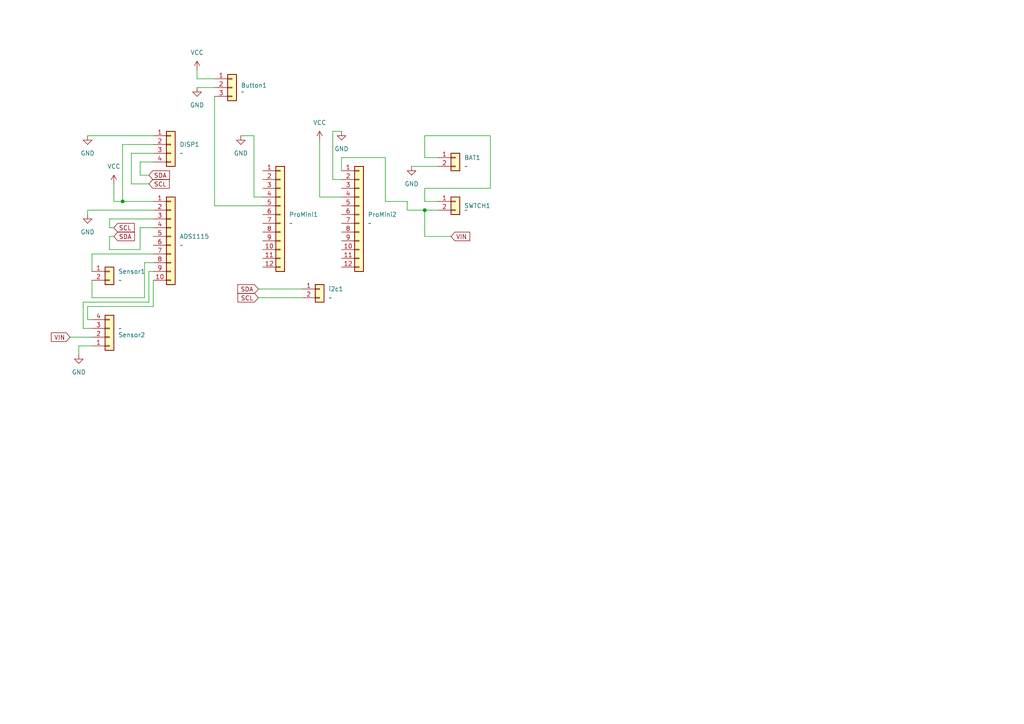
<source format=kicad_sch>
(kicad_sch
	(version 20231120)
	(generator "eeschema")
	(generator_version "8.0")
	(uuid "f427a0c7-1886-4932-8356-bf0159ce0656")
	(paper "A4")
	(lib_symbols
		(symbol "Connector_Generic:Conn_01x02"
			(pin_names
				(offset 1.016) hide)
			(exclude_from_sim no)
			(in_bom yes)
			(on_board yes)
			(property "Reference" "J"
				(at 0 2.54 0)
				(effects
					(font
						(size 1.27 1.27)
					)
				)
			)
			(property "Value" "Conn_01x02"
				(at 0 -5.08 0)
				(effects
					(font
						(size 1.27 1.27)
					)
				)
			)
			(property "Footprint" ""
				(at 0 0 0)
				(effects
					(font
						(size 1.27 1.27)
					)
					(hide yes)
				)
			)
			(property "Datasheet" "~"
				(at 0 0 0)
				(effects
					(font
						(size 1.27 1.27)
					)
					(hide yes)
				)
			)
			(property "Description" "Generic connector, single row, 01x02, script generated (kicad-library-utils/schlib/autogen/connector/)"
				(at 0 0 0)
				(effects
					(font
						(size 1.27 1.27)
					)
					(hide yes)
				)
			)
			(property "ki_keywords" "connector"
				(at 0 0 0)
				(effects
					(font
						(size 1.27 1.27)
					)
					(hide yes)
				)
			)
			(property "ki_fp_filters" "Connector*:*_1x??_*"
				(at 0 0 0)
				(effects
					(font
						(size 1.27 1.27)
					)
					(hide yes)
				)
			)
			(symbol "Conn_01x02_1_1"
				(rectangle
					(start -1.27 -2.413)
					(end 0 -2.667)
					(stroke
						(width 0.1524)
						(type default)
					)
					(fill
						(type none)
					)
				)
				(rectangle
					(start -1.27 0.127)
					(end 0 -0.127)
					(stroke
						(width 0.1524)
						(type default)
					)
					(fill
						(type none)
					)
				)
				(rectangle
					(start -1.27 1.27)
					(end 1.27 -3.81)
					(stroke
						(width 0.254)
						(type default)
					)
					(fill
						(type background)
					)
				)
				(pin passive line
					(at -5.08 0 0)
					(length 3.81)
					(name "Pin_1"
						(effects
							(font
								(size 1.27 1.27)
							)
						)
					)
					(number "1"
						(effects
							(font
								(size 1.27 1.27)
							)
						)
					)
				)
				(pin passive line
					(at -5.08 -2.54 0)
					(length 3.81)
					(name "Pin_2"
						(effects
							(font
								(size 1.27 1.27)
							)
						)
					)
					(number "2"
						(effects
							(font
								(size 1.27 1.27)
							)
						)
					)
				)
			)
		)
		(symbol "Connector_Generic:Conn_01x03"
			(pin_names
				(offset 1.016) hide)
			(exclude_from_sim no)
			(in_bom yes)
			(on_board yes)
			(property "Reference" "J"
				(at 0 5.08 0)
				(effects
					(font
						(size 1.27 1.27)
					)
				)
			)
			(property "Value" "Conn_01x03"
				(at 0 -5.08 0)
				(effects
					(font
						(size 1.27 1.27)
					)
				)
			)
			(property "Footprint" ""
				(at 0 0 0)
				(effects
					(font
						(size 1.27 1.27)
					)
					(hide yes)
				)
			)
			(property "Datasheet" "~"
				(at 0 0 0)
				(effects
					(font
						(size 1.27 1.27)
					)
					(hide yes)
				)
			)
			(property "Description" "Generic connector, single row, 01x03, script generated (kicad-library-utils/schlib/autogen/connector/)"
				(at 0 0 0)
				(effects
					(font
						(size 1.27 1.27)
					)
					(hide yes)
				)
			)
			(property "ki_keywords" "connector"
				(at 0 0 0)
				(effects
					(font
						(size 1.27 1.27)
					)
					(hide yes)
				)
			)
			(property "ki_fp_filters" "Connector*:*_1x??_*"
				(at 0 0 0)
				(effects
					(font
						(size 1.27 1.27)
					)
					(hide yes)
				)
			)
			(symbol "Conn_01x03_1_1"
				(rectangle
					(start -1.27 -2.413)
					(end 0 -2.667)
					(stroke
						(width 0.1524)
						(type default)
					)
					(fill
						(type none)
					)
				)
				(rectangle
					(start -1.27 0.127)
					(end 0 -0.127)
					(stroke
						(width 0.1524)
						(type default)
					)
					(fill
						(type none)
					)
				)
				(rectangle
					(start -1.27 2.667)
					(end 0 2.413)
					(stroke
						(width 0.1524)
						(type default)
					)
					(fill
						(type none)
					)
				)
				(rectangle
					(start -1.27 3.81)
					(end 1.27 -3.81)
					(stroke
						(width 0.254)
						(type default)
					)
					(fill
						(type background)
					)
				)
				(pin passive line
					(at -5.08 2.54 0)
					(length 3.81)
					(name "Pin_1"
						(effects
							(font
								(size 1.27 1.27)
							)
						)
					)
					(number "1"
						(effects
							(font
								(size 1.27 1.27)
							)
						)
					)
				)
				(pin passive line
					(at -5.08 0 0)
					(length 3.81)
					(name "Pin_2"
						(effects
							(font
								(size 1.27 1.27)
							)
						)
					)
					(number "2"
						(effects
							(font
								(size 1.27 1.27)
							)
						)
					)
				)
				(pin passive line
					(at -5.08 -2.54 0)
					(length 3.81)
					(name "Pin_3"
						(effects
							(font
								(size 1.27 1.27)
							)
						)
					)
					(number "3"
						(effects
							(font
								(size 1.27 1.27)
							)
						)
					)
				)
			)
		)
		(symbol "Connector_Generic:Conn_01x04"
			(pin_names
				(offset 1.016) hide)
			(exclude_from_sim no)
			(in_bom yes)
			(on_board yes)
			(property "Reference" "J"
				(at 0 5.08 0)
				(effects
					(font
						(size 1.27 1.27)
					)
				)
			)
			(property "Value" "Conn_01x04"
				(at 0 -7.62 0)
				(effects
					(font
						(size 1.27 1.27)
					)
				)
			)
			(property "Footprint" ""
				(at 0 0 0)
				(effects
					(font
						(size 1.27 1.27)
					)
					(hide yes)
				)
			)
			(property "Datasheet" "~"
				(at 0 0 0)
				(effects
					(font
						(size 1.27 1.27)
					)
					(hide yes)
				)
			)
			(property "Description" "Generic connector, single row, 01x04, script generated (kicad-library-utils/schlib/autogen/connector/)"
				(at 0 0 0)
				(effects
					(font
						(size 1.27 1.27)
					)
					(hide yes)
				)
			)
			(property "ki_keywords" "connector"
				(at 0 0 0)
				(effects
					(font
						(size 1.27 1.27)
					)
					(hide yes)
				)
			)
			(property "ki_fp_filters" "Connector*:*_1x??_*"
				(at 0 0 0)
				(effects
					(font
						(size 1.27 1.27)
					)
					(hide yes)
				)
			)
			(symbol "Conn_01x04_1_1"
				(rectangle
					(start -1.27 -4.953)
					(end 0 -5.207)
					(stroke
						(width 0.1524)
						(type default)
					)
					(fill
						(type none)
					)
				)
				(rectangle
					(start -1.27 -2.413)
					(end 0 -2.667)
					(stroke
						(width 0.1524)
						(type default)
					)
					(fill
						(type none)
					)
				)
				(rectangle
					(start -1.27 0.127)
					(end 0 -0.127)
					(stroke
						(width 0.1524)
						(type default)
					)
					(fill
						(type none)
					)
				)
				(rectangle
					(start -1.27 2.667)
					(end 0 2.413)
					(stroke
						(width 0.1524)
						(type default)
					)
					(fill
						(type none)
					)
				)
				(rectangle
					(start -1.27 3.81)
					(end 1.27 -6.35)
					(stroke
						(width 0.254)
						(type default)
					)
					(fill
						(type background)
					)
				)
				(pin passive line
					(at -5.08 2.54 0)
					(length 3.81)
					(name "Pin_1"
						(effects
							(font
								(size 1.27 1.27)
							)
						)
					)
					(number "1"
						(effects
							(font
								(size 1.27 1.27)
							)
						)
					)
				)
				(pin passive line
					(at -5.08 0 0)
					(length 3.81)
					(name "Pin_2"
						(effects
							(font
								(size 1.27 1.27)
							)
						)
					)
					(number "2"
						(effects
							(font
								(size 1.27 1.27)
							)
						)
					)
				)
				(pin passive line
					(at -5.08 -2.54 0)
					(length 3.81)
					(name "Pin_3"
						(effects
							(font
								(size 1.27 1.27)
							)
						)
					)
					(number "3"
						(effects
							(font
								(size 1.27 1.27)
							)
						)
					)
				)
				(pin passive line
					(at -5.08 -5.08 0)
					(length 3.81)
					(name "Pin_4"
						(effects
							(font
								(size 1.27 1.27)
							)
						)
					)
					(number "4"
						(effects
							(font
								(size 1.27 1.27)
							)
						)
					)
				)
			)
		)
		(symbol "Connector_Generic:Conn_01x10"
			(pin_names
				(offset 1.016) hide)
			(exclude_from_sim no)
			(in_bom yes)
			(on_board yes)
			(property "Reference" "J"
				(at 0 12.7 0)
				(effects
					(font
						(size 1.27 1.27)
					)
				)
			)
			(property "Value" "Conn_01x10"
				(at 0 -15.24 0)
				(effects
					(font
						(size 1.27 1.27)
					)
				)
			)
			(property "Footprint" ""
				(at 0 0 0)
				(effects
					(font
						(size 1.27 1.27)
					)
					(hide yes)
				)
			)
			(property "Datasheet" "~"
				(at 0 0 0)
				(effects
					(font
						(size 1.27 1.27)
					)
					(hide yes)
				)
			)
			(property "Description" "Generic connector, single row, 01x10, script generated (kicad-library-utils/schlib/autogen/connector/)"
				(at 0 0 0)
				(effects
					(font
						(size 1.27 1.27)
					)
					(hide yes)
				)
			)
			(property "ki_keywords" "connector"
				(at 0 0 0)
				(effects
					(font
						(size 1.27 1.27)
					)
					(hide yes)
				)
			)
			(property "ki_fp_filters" "Connector*:*_1x??_*"
				(at 0 0 0)
				(effects
					(font
						(size 1.27 1.27)
					)
					(hide yes)
				)
			)
			(symbol "Conn_01x10_1_1"
				(rectangle
					(start -1.27 -12.573)
					(end 0 -12.827)
					(stroke
						(width 0.1524)
						(type default)
					)
					(fill
						(type none)
					)
				)
				(rectangle
					(start -1.27 -10.033)
					(end 0 -10.287)
					(stroke
						(width 0.1524)
						(type default)
					)
					(fill
						(type none)
					)
				)
				(rectangle
					(start -1.27 -7.493)
					(end 0 -7.747)
					(stroke
						(width 0.1524)
						(type default)
					)
					(fill
						(type none)
					)
				)
				(rectangle
					(start -1.27 -4.953)
					(end 0 -5.207)
					(stroke
						(width 0.1524)
						(type default)
					)
					(fill
						(type none)
					)
				)
				(rectangle
					(start -1.27 -2.413)
					(end 0 -2.667)
					(stroke
						(width 0.1524)
						(type default)
					)
					(fill
						(type none)
					)
				)
				(rectangle
					(start -1.27 0.127)
					(end 0 -0.127)
					(stroke
						(width 0.1524)
						(type default)
					)
					(fill
						(type none)
					)
				)
				(rectangle
					(start -1.27 2.667)
					(end 0 2.413)
					(stroke
						(width 0.1524)
						(type default)
					)
					(fill
						(type none)
					)
				)
				(rectangle
					(start -1.27 5.207)
					(end 0 4.953)
					(stroke
						(width 0.1524)
						(type default)
					)
					(fill
						(type none)
					)
				)
				(rectangle
					(start -1.27 7.747)
					(end 0 7.493)
					(stroke
						(width 0.1524)
						(type default)
					)
					(fill
						(type none)
					)
				)
				(rectangle
					(start -1.27 10.287)
					(end 0 10.033)
					(stroke
						(width 0.1524)
						(type default)
					)
					(fill
						(type none)
					)
				)
				(rectangle
					(start -1.27 11.43)
					(end 1.27 -13.97)
					(stroke
						(width 0.254)
						(type default)
					)
					(fill
						(type background)
					)
				)
				(pin passive line
					(at -5.08 10.16 0)
					(length 3.81)
					(name "Pin_1"
						(effects
							(font
								(size 1.27 1.27)
							)
						)
					)
					(number "1"
						(effects
							(font
								(size 1.27 1.27)
							)
						)
					)
				)
				(pin passive line
					(at -5.08 -12.7 0)
					(length 3.81)
					(name "Pin_10"
						(effects
							(font
								(size 1.27 1.27)
							)
						)
					)
					(number "10"
						(effects
							(font
								(size 1.27 1.27)
							)
						)
					)
				)
				(pin passive line
					(at -5.08 7.62 0)
					(length 3.81)
					(name "Pin_2"
						(effects
							(font
								(size 1.27 1.27)
							)
						)
					)
					(number "2"
						(effects
							(font
								(size 1.27 1.27)
							)
						)
					)
				)
				(pin passive line
					(at -5.08 5.08 0)
					(length 3.81)
					(name "Pin_3"
						(effects
							(font
								(size 1.27 1.27)
							)
						)
					)
					(number "3"
						(effects
							(font
								(size 1.27 1.27)
							)
						)
					)
				)
				(pin passive line
					(at -5.08 2.54 0)
					(length 3.81)
					(name "Pin_4"
						(effects
							(font
								(size 1.27 1.27)
							)
						)
					)
					(number "4"
						(effects
							(font
								(size 1.27 1.27)
							)
						)
					)
				)
				(pin passive line
					(at -5.08 0 0)
					(length 3.81)
					(name "Pin_5"
						(effects
							(font
								(size 1.27 1.27)
							)
						)
					)
					(number "5"
						(effects
							(font
								(size 1.27 1.27)
							)
						)
					)
				)
				(pin passive line
					(at -5.08 -2.54 0)
					(length 3.81)
					(name "Pin_6"
						(effects
							(font
								(size 1.27 1.27)
							)
						)
					)
					(number "6"
						(effects
							(font
								(size 1.27 1.27)
							)
						)
					)
				)
				(pin passive line
					(at -5.08 -5.08 0)
					(length 3.81)
					(name "Pin_7"
						(effects
							(font
								(size 1.27 1.27)
							)
						)
					)
					(number "7"
						(effects
							(font
								(size 1.27 1.27)
							)
						)
					)
				)
				(pin passive line
					(at -5.08 -7.62 0)
					(length 3.81)
					(name "Pin_8"
						(effects
							(font
								(size 1.27 1.27)
							)
						)
					)
					(number "8"
						(effects
							(font
								(size 1.27 1.27)
							)
						)
					)
				)
				(pin passive line
					(at -5.08 -10.16 0)
					(length 3.81)
					(name "Pin_9"
						(effects
							(font
								(size 1.27 1.27)
							)
						)
					)
					(number "9"
						(effects
							(font
								(size 1.27 1.27)
							)
						)
					)
				)
			)
		)
		(symbol "Connector_Generic:Conn_01x12"
			(pin_names
				(offset 1.016) hide)
			(exclude_from_sim no)
			(in_bom yes)
			(on_board yes)
			(property "Reference" "J"
				(at 0 15.24 0)
				(effects
					(font
						(size 1.27 1.27)
					)
				)
			)
			(property "Value" "Conn_01x12"
				(at 0 -17.78 0)
				(effects
					(font
						(size 1.27 1.27)
					)
				)
			)
			(property "Footprint" ""
				(at 0 0 0)
				(effects
					(font
						(size 1.27 1.27)
					)
					(hide yes)
				)
			)
			(property "Datasheet" "~"
				(at 0 0 0)
				(effects
					(font
						(size 1.27 1.27)
					)
					(hide yes)
				)
			)
			(property "Description" "Generic connector, single row, 01x12, script generated (kicad-library-utils/schlib/autogen/connector/)"
				(at 0 0 0)
				(effects
					(font
						(size 1.27 1.27)
					)
					(hide yes)
				)
			)
			(property "ki_keywords" "connector"
				(at 0 0 0)
				(effects
					(font
						(size 1.27 1.27)
					)
					(hide yes)
				)
			)
			(property "ki_fp_filters" "Connector*:*_1x??_*"
				(at 0 0 0)
				(effects
					(font
						(size 1.27 1.27)
					)
					(hide yes)
				)
			)
			(symbol "Conn_01x12_1_1"
				(rectangle
					(start -1.27 -15.113)
					(end 0 -15.367)
					(stroke
						(width 0.1524)
						(type default)
					)
					(fill
						(type none)
					)
				)
				(rectangle
					(start -1.27 -12.573)
					(end 0 -12.827)
					(stroke
						(width 0.1524)
						(type default)
					)
					(fill
						(type none)
					)
				)
				(rectangle
					(start -1.27 -10.033)
					(end 0 -10.287)
					(stroke
						(width 0.1524)
						(type default)
					)
					(fill
						(type none)
					)
				)
				(rectangle
					(start -1.27 -7.493)
					(end 0 -7.747)
					(stroke
						(width 0.1524)
						(type default)
					)
					(fill
						(type none)
					)
				)
				(rectangle
					(start -1.27 -4.953)
					(end 0 -5.207)
					(stroke
						(width 0.1524)
						(type default)
					)
					(fill
						(type none)
					)
				)
				(rectangle
					(start -1.27 -2.413)
					(end 0 -2.667)
					(stroke
						(width 0.1524)
						(type default)
					)
					(fill
						(type none)
					)
				)
				(rectangle
					(start -1.27 0.127)
					(end 0 -0.127)
					(stroke
						(width 0.1524)
						(type default)
					)
					(fill
						(type none)
					)
				)
				(rectangle
					(start -1.27 2.667)
					(end 0 2.413)
					(stroke
						(width 0.1524)
						(type default)
					)
					(fill
						(type none)
					)
				)
				(rectangle
					(start -1.27 5.207)
					(end 0 4.953)
					(stroke
						(width 0.1524)
						(type default)
					)
					(fill
						(type none)
					)
				)
				(rectangle
					(start -1.27 7.747)
					(end 0 7.493)
					(stroke
						(width 0.1524)
						(type default)
					)
					(fill
						(type none)
					)
				)
				(rectangle
					(start -1.27 10.287)
					(end 0 10.033)
					(stroke
						(width 0.1524)
						(type default)
					)
					(fill
						(type none)
					)
				)
				(rectangle
					(start -1.27 12.827)
					(end 0 12.573)
					(stroke
						(width 0.1524)
						(type default)
					)
					(fill
						(type none)
					)
				)
				(rectangle
					(start -1.27 13.97)
					(end 1.27 -16.51)
					(stroke
						(width 0.254)
						(type default)
					)
					(fill
						(type background)
					)
				)
				(pin passive line
					(at -5.08 12.7 0)
					(length 3.81)
					(name "Pin_1"
						(effects
							(font
								(size 1.27 1.27)
							)
						)
					)
					(number "1"
						(effects
							(font
								(size 1.27 1.27)
							)
						)
					)
				)
				(pin passive line
					(at -5.08 -10.16 0)
					(length 3.81)
					(name "Pin_10"
						(effects
							(font
								(size 1.27 1.27)
							)
						)
					)
					(number "10"
						(effects
							(font
								(size 1.27 1.27)
							)
						)
					)
				)
				(pin passive line
					(at -5.08 -12.7 0)
					(length 3.81)
					(name "Pin_11"
						(effects
							(font
								(size 1.27 1.27)
							)
						)
					)
					(number "11"
						(effects
							(font
								(size 1.27 1.27)
							)
						)
					)
				)
				(pin passive line
					(at -5.08 -15.24 0)
					(length 3.81)
					(name "Pin_12"
						(effects
							(font
								(size 1.27 1.27)
							)
						)
					)
					(number "12"
						(effects
							(font
								(size 1.27 1.27)
							)
						)
					)
				)
				(pin passive line
					(at -5.08 10.16 0)
					(length 3.81)
					(name "Pin_2"
						(effects
							(font
								(size 1.27 1.27)
							)
						)
					)
					(number "2"
						(effects
							(font
								(size 1.27 1.27)
							)
						)
					)
				)
				(pin passive line
					(at -5.08 7.62 0)
					(length 3.81)
					(name "Pin_3"
						(effects
							(font
								(size 1.27 1.27)
							)
						)
					)
					(number "3"
						(effects
							(font
								(size 1.27 1.27)
							)
						)
					)
				)
				(pin passive line
					(at -5.08 5.08 0)
					(length 3.81)
					(name "Pin_4"
						(effects
							(font
								(size 1.27 1.27)
							)
						)
					)
					(number "4"
						(effects
							(font
								(size 1.27 1.27)
							)
						)
					)
				)
				(pin passive line
					(at -5.08 2.54 0)
					(length 3.81)
					(name "Pin_5"
						(effects
							(font
								(size 1.27 1.27)
							)
						)
					)
					(number "5"
						(effects
							(font
								(size 1.27 1.27)
							)
						)
					)
				)
				(pin passive line
					(at -5.08 0 0)
					(length 3.81)
					(name "Pin_6"
						(effects
							(font
								(size 1.27 1.27)
							)
						)
					)
					(number "6"
						(effects
							(font
								(size 1.27 1.27)
							)
						)
					)
				)
				(pin passive line
					(at -5.08 -2.54 0)
					(length 3.81)
					(name "Pin_7"
						(effects
							(font
								(size 1.27 1.27)
							)
						)
					)
					(number "7"
						(effects
							(font
								(size 1.27 1.27)
							)
						)
					)
				)
				(pin passive line
					(at -5.08 -5.08 0)
					(length 3.81)
					(name "Pin_8"
						(effects
							(font
								(size 1.27 1.27)
							)
						)
					)
					(number "8"
						(effects
							(font
								(size 1.27 1.27)
							)
						)
					)
				)
				(pin passive line
					(at -5.08 -7.62 0)
					(length 3.81)
					(name "Pin_9"
						(effects
							(font
								(size 1.27 1.27)
							)
						)
					)
					(number "9"
						(effects
							(font
								(size 1.27 1.27)
							)
						)
					)
				)
			)
		)
		(symbol "power:GND"
			(power)
			(pin_names
				(offset 0)
			)
			(exclude_from_sim no)
			(in_bom yes)
			(on_board yes)
			(property "Reference" "#PWR"
				(at 0 -6.35 0)
				(effects
					(font
						(size 1.27 1.27)
					)
					(hide yes)
				)
			)
			(property "Value" "GND"
				(at 0 -3.81 0)
				(effects
					(font
						(size 1.27 1.27)
					)
				)
			)
			(property "Footprint" ""
				(at 0 0 0)
				(effects
					(font
						(size 1.27 1.27)
					)
					(hide yes)
				)
			)
			(property "Datasheet" ""
				(at 0 0 0)
				(effects
					(font
						(size 1.27 1.27)
					)
					(hide yes)
				)
			)
			(property "Description" "Power symbol creates a global label with name \"GND\" , ground"
				(at 0 0 0)
				(effects
					(font
						(size 1.27 1.27)
					)
					(hide yes)
				)
			)
			(property "ki_keywords" "global power"
				(at 0 0 0)
				(effects
					(font
						(size 1.27 1.27)
					)
					(hide yes)
				)
			)
			(symbol "GND_0_1"
				(polyline
					(pts
						(xy 0 0) (xy 0 -1.27) (xy 1.27 -1.27) (xy 0 -2.54) (xy -1.27 -1.27) (xy 0 -1.27)
					)
					(stroke
						(width 0)
						(type default)
					)
					(fill
						(type none)
					)
				)
			)
			(symbol "GND_1_1"
				(pin power_in line
					(at 0 0 270)
					(length 0) hide
					(name "GND"
						(effects
							(font
								(size 1.27 1.27)
							)
						)
					)
					(number "1"
						(effects
							(font
								(size 1.27 1.27)
							)
						)
					)
				)
			)
		)
		(symbol "power:VCC"
			(power)
			(pin_names
				(offset 0)
			)
			(exclude_from_sim no)
			(in_bom yes)
			(on_board yes)
			(property "Reference" "#PWR"
				(at 0 -3.81 0)
				(effects
					(font
						(size 1.27 1.27)
					)
					(hide yes)
				)
			)
			(property "Value" "VCC"
				(at 0 3.81 0)
				(effects
					(font
						(size 1.27 1.27)
					)
				)
			)
			(property "Footprint" ""
				(at 0 0 0)
				(effects
					(font
						(size 1.27 1.27)
					)
					(hide yes)
				)
			)
			(property "Datasheet" ""
				(at 0 0 0)
				(effects
					(font
						(size 1.27 1.27)
					)
					(hide yes)
				)
			)
			(property "Description" "Power symbol creates a global label with name \"VCC\""
				(at 0 0 0)
				(effects
					(font
						(size 1.27 1.27)
					)
					(hide yes)
				)
			)
			(property "ki_keywords" "global power"
				(at 0 0 0)
				(effects
					(font
						(size 1.27 1.27)
					)
					(hide yes)
				)
			)
			(symbol "VCC_0_1"
				(polyline
					(pts
						(xy -0.762 1.27) (xy 0 2.54)
					)
					(stroke
						(width 0)
						(type default)
					)
					(fill
						(type none)
					)
				)
				(polyline
					(pts
						(xy 0 0) (xy 0 2.54)
					)
					(stroke
						(width 0)
						(type default)
					)
					(fill
						(type none)
					)
				)
				(polyline
					(pts
						(xy 0 2.54) (xy 0.762 1.27)
					)
					(stroke
						(width 0)
						(type default)
					)
					(fill
						(type none)
					)
				)
			)
			(symbol "VCC_1_1"
				(pin power_in line
					(at 0 0 90)
					(length 0) hide
					(name "VCC"
						(effects
							(font
								(size 1.27 1.27)
							)
						)
					)
					(number "1"
						(effects
							(font
								(size 1.27 1.27)
							)
						)
					)
				)
			)
		)
	)
	(junction
		(at 123.19 60.96)
		(diameter 0)
		(color 0 0 0 0)
		(uuid "84acf6cb-c63d-4f15-9774-27dc5f52d3c2")
	)
	(junction
		(at 35.56 58.42)
		(diameter 0)
		(color 0 0 0 0)
		(uuid "d0d3525f-9807-4fc2-9715-4db659bf6df2")
	)
	(wire
		(pts
			(xy 76.2 57.15) (xy 73.66 57.15)
		)
		(stroke
			(width 0)
			(type default)
		)
		(uuid "0038aee8-8788-4432-b361-fd31dea91d6d")
	)
	(wire
		(pts
			(xy 26.67 86.36) (xy 41.91 86.36)
		)
		(stroke
			(width 0)
			(type default)
		)
		(uuid "09a66692-ef48-4345-9407-2f5353661100")
	)
	(wire
		(pts
			(xy 26.67 73.66) (xy 44.45 73.66)
		)
		(stroke
			(width 0)
			(type default)
		)
		(uuid "0cb12db6-a0af-42a7-a20a-e8d0f1020dec")
	)
	(wire
		(pts
			(xy 123.19 39.37) (xy 142.24 39.37)
		)
		(stroke
			(width 0)
			(type default)
		)
		(uuid "0d284cc0-6aa6-4b85-ad59-f108e66cdcd0")
	)
	(wire
		(pts
			(xy 118.11 60.96) (xy 123.19 60.96)
		)
		(stroke
			(width 0)
			(type default)
		)
		(uuid "11e6a3ca-ec4e-4176-8adb-1ccf48e874fa")
	)
	(wire
		(pts
			(xy 41.91 86.36) (xy 41.91 76.2)
		)
		(stroke
			(width 0)
			(type default)
		)
		(uuid "143a1eb0-4830-4d28-98db-a1b319f0928d")
	)
	(wire
		(pts
			(xy 31.75 66.04) (xy 33.02 66.04)
		)
		(stroke
			(width 0)
			(type default)
		)
		(uuid "14cd46f0-eef7-4070-aee4-d3ad5f3ac722")
	)
	(wire
		(pts
			(xy 43.18 78.74) (xy 44.45 78.74)
		)
		(stroke
			(width 0)
			(type default)
		)
		(uuid "15a5334b-a4b4-407b-8335-94ee986ed36a")
	)
	(wire
		(pts
			(xy 31.75 68.58) (xy 33.02 68.58)
		)
		(stroke
			(width 0)
			(type default)
		)
		(uuid "19eb20ab-eb32-41f4-a96d-c9472a5a230a")
	)
	(wire
		(pts
			(xy 35.56 58.42) (xy 44.45 58.42)
		)
		(stroke
			(width 0)
			(type default)
		)
		(uuid "1aefe667-bdbe-4a49-99b6-8c3659cd9005")
	)
	(wire
		(pts
			(xy 22.86 100.33) (xy 26.67 100.33)
		)
		(stroke
			(width 0)
			(type default)
		)
		(uuid "1ff08340-b2d4-425e-a943-3d1ecd5dcf80")
	)
	(wire
		(pts
			(xy 25.4 62.23) (xy 25.4 60.96)
		)
		(stroke
			(width 0)
			(type default)
		)
		(uuid "20721077-733b-4377-8848-cebdcc069706")
	)
	(wire
		(pts
			(xy 73.66 57.15) (xy 73.66 39.37)
		)
		(stroke
			(width 0)
			(type default)
		)
		(uuid "21509a6a-1a82-452a-a33d-b317234608f0")
	)
	(wire
		(pts
			(xy 62.23 59.69) (xy 76.2 59.69)
		)
		(stroke
			(width 0)
			(type default)
		)
		(uuid "29e160c2-d021-4a82-af1e-949b958e64bf")
	)
	(wire
		(pts
			(xy 118.11 58.42) (xy 118.11 60.96)
		)
		(stroke
			(width 0)
			(type default)
		)
		(uuid "2b3b7ff8-cc09-4856-82f7-9f93ad4ddbea")
	)
	(wire
		(pts
			(xy 24.13 87.63) (xy 24.13 95.25)
		)
		(stroke
			(width 0)
			(type default)
		)
		(uuid "303afadb-b5a5-4734-9b4c-910c662fd7f3")
	)
	(wire
		(pts
			(xy 33.02 58.42) (xy 35.56 58.42)
		)
		(stroke
			(width 0)
			(type default)
		)
		(uuid "30ae32ff-a9a1-4e5c-80bd-0b46ce38178d")
	)
	(wire
		(pts
			(xy 123.19 60.96) (xy 127 60.96)
		)
		(stroke
			(width 0)
			(type default)
		)
		(uuid "330c6c42-62d7-41ba-91fe-02f8b2273f55")
	)
	(wire
		(pts
			(xy 44.45 46.99) (xy 40.64 46.99)
		)
		(stroke
			(width 0)
			(type default)
		)
		(uuid "38112f98-cbff-4d71-9bc4-cbfc759422f6")
	)
	(wire
		(pts
			(xy 44.45 41.91) (xy 35.56 41.91)
		)
		(stroke
			(width 0)
			(type default)
		)
		(uuid "3b6328da-5f4d-4ac5-b246-39bffd75f0d3")
	)
	(wire
		(pts
			(xy 44.45 66.04) (xy 40.64 66.04)
		)
		(stroke
			(width 0)
			(type default)
		)
		(uuid "3b72f65a-ba6d-4830-9cc9-9a0bf98a4162")
	)
	(wire
		(pts
			(xy 24.13 87.63) (xy 43.18 87.63)
		)
		(stroke
			(width 0)
			(type default)
		)
		(uuid "3b8102cf-989c-4dd7-a524-0fc9793ab344")
	)
	(wire
		(pts
			(xy 123.19 68.58) (xy 130.81 68.58)
		)
		(stroke
			(width 0)
			(type default)
		)
		(uuid "3c245542-a757-460b-90aa-3e8c9c811678")
	)
	(wire
		(pts
			(xy 40.64 72.39) (xy 31.75 72.39)
		)
		(stroke
			(width 0)
			(type default)
		)
		(uuid "3fffde5b-4de6-41e1-9353-79992daafbfd")
	)
	(wire
		(pts
			(xy 74.93 83.82) (xy 87.63 83.82)
		)
		(stroke
			(width 0)
			(type default)
		)
		(uuid "41641881-ad61-47b6-afa3-c62a5ca3a9f6")
	)
	(wire
		(pts
			(xy 25.4 88.9) (xy 25.4 92.71)
		)
		(stroke
			(width 0)
			(type default)
		)
		(uuid "51557a7e-f05a-4bb2-9d1b-0757b55527d5")
	)
	(wire
		(pts
			(xy 119.38 48.26) (xy 127 48.26)
		)
		(stroke
			(width 0)
			(type default)
		)
		(uuid "58e5dde5-b592-4283-b7e4-0211a3186986")
	)
	(wire
		(pts
			(xy 25.4 88.9) (xy 44.45 88.9)
		)
		(stroke
			(width 0)
			(type default)
		)
		(uuid "5f751fa9-2af8-4b3e-ae20-51ee7304db9a")
	)
	(wire
		(pts
			(xy 40.64 46.99) (xy 40.64 50.8)
		)
		(stroke
			(width 0)
			(type default)
		)
		(uuid "6624f262-f8bb-4bb3-8d65-8f7c501633a1")
	)
	(wire
		(pts
			(xy 92.71 57.15) (xy 99.06 57.15)
		)
		(stroke
			(width 0)
			(type default)
		)
		(uuid "684271b2-88b9-4b88-b855-db2bbbac376f")
	)
	(wire
		(pts
			(xy 41.91 76.2) (xy 44.45 76.2)
		)
		(stroke
			(width 0)
			(type default)
		)
		(uuid "6da55766-68fa-4ca6-99fd-7010f5212b50")
	)
	(wire
		(pts
			(xy 26.67 81.28) (xy 26.67 86.36)
		)
		(stroke
			(width 0)
			(type default)
		)
		(uuid "70d3e911-08cb-4706-ba4c-2d6981020b74")
	)
	(wire
		(pts
			(xy 57.15 20.32) (xy 57.15 22.86)
		)
		(stroke
			(width 0)
			(type default)
		)
		(uuid "7fbe3c19-0f72-45f0-91d6-b99d720d38a9")
	)
	(wire
		(pts
			(xy 123.19 60.96) (xy 123.19 68.58)
		)
		(stroke
			(width 0)
			(type default)
		)
		(uuid "84b71636-4db4-464a-a39a-fc71511e6081")
	)
	(wire
		(pts
			(xy 123.19 45.72) (xy 123.19 39.37)
		)
		(stroke
			(width 0)
			(type default)
		)
		(uuid "8bf70840-f425-496e-aac4-db94b40e04aa")
	)
	(wire
		(pts
			(xy 127 45.72) (xy 123.19 45.72)
		)
		(stroke
			(width 0)
			(type default)
		)
		(uuid "8dd2eaf0-b21f-47b7-b053-c2de404d5d75")
	)
	(wire
		(pts
			(xy 96.52 52.07) (xy 96.52 38.1)
		)
		(stroke
			(width 0)
			(type default)
		)
		(uuid "8e2709d1-4dcc-4d91-94d9-666d87f2bf99")
	)
	(wire
		(pts
			(xy 38.1 53.34) (xy 43.18 53.34)
		)
		(stroke
			(width 0)
			(type default)
		)
		(uuid "8e81df15-eb04-4aec-8d8c-5bdbcc19e977")
	)
	(wire
		(pts
			(xy 92.71 40.64) (xy 92.71 57.15)
		)
		(stroke
			(width 0)
			(type default)
		)
		(uuid "98222637-1c48-4a4c-9587-555f8ada34eb")
	)
	(wire
		(pts
			(xy 123.19 54.61) (xy 123.19 58.42)
		)
		(stroke
			(width 0)
			(type default)
		)
		(uuid "9d1f23f1-e5e2-41eb-a6d4-c93c2f27deec")
	)
	(wire
		(pts
			(xy 44.45 81.28) (xy 44.45 88.9)
		)
		(stroke
			(width 0)
			(type default)
		)
		(uuid "a5a80cba-50d6-4e6b-a9a7-dcd71bb52ad1")
	)
	(wire
		(pts
			(xy 40.64 50.8) (xy 43.18 50.8)
		)
		(stroke
			(width 0)
			(type default)
		)
		(uuid "a7c43d2e-ac35-4ac7-8995-be235a5cc843")
	)
	(wire
		(pts
			(xy 142.24 39.37) (xy 142.24 54.61)
		)
		(stroke
			(width 0)
			(type default)
		)
		(uuid "ab86917c-123a-4833-a7ad-5606b629422d")
	)
	(wire
		(pts
			(xy 111.76 58.42) (xy 118.11 58.42)
		)
		(stroke
			(width 0)
			(type default)
		)
		(uuid "ab87013e-a514-4cd7-986d-738b74290258")
	)
	(wire
		(pts
			(xy 99.06 52.07) (xy 96.52 52.07)
		)
		(stroke
			(width 0)
			(type default)
		)
		(uuid "b20a1272-4070-4851-83e7-05a06fc70d97")
	)
	(wire
		(pts
			(xy 26.67 92.71) (xy 25.4 92.71)
		)
		(stroke
			(width 0)
			(type default)
		)
		(uuid "b4205367-5016-4b4b-aee4-ce0612b475fa")
	)
	(wire
		(pts
			(xy 44.45 44.45) (xy 38.1 44.45)
		)
		(stroke
			(width 0)
			(type default)
		)
		(uuid "b558190f-01ca-455d-ae21-a7376bb668ac")
	)
	(wire
		(pts
			(xy 123.19 58.42) (xy 127 58.42)
		)
		(stroke
			(width 0)
			(type default)
		)
		(uuid "b719385a-2444-42a5-9912-0884c9c73435")
	)
	(wire
		(pts
			(xy 44.45 63.5) (xy 31.75 63.5)
		)
		(stroke
			(width 0)
			(type default)
		)
		(uuid "b7bfd868-3b3c-40e9-8ad5-6a12ac0fabd0")
	)
	(wire
		(pts
			(xy 99.06 45.72) (xy 111.76 45.72)
		)
		(stroke
			(width 0)
			(type default)
		)
		(uuid "b8b597b5-cfde-455c-962a-e735f26c5a5d")
	)
	(wire
		(pts
			(xy 99.06 49.53) (xy 99.06 45.72)
		)
		(stroke
			(width 0)
			(type default)
		)
		(uuid "bd454b93-0c40-4232-9386-bd0f9feb0bd8")
	)
	(wire
		(pts
			(xy 43.18 87.63) (xy 43.18 78.74)
		)
		(stroke
			(width 0)
			(type default)
		)
		(uuid "be5151e1-5541-4675-995a-4ed76b99c8ef")
	)
	(wire
		(pts
			(xy 35.56 41.91) (xy 35.56 58.42)
		)
		(stroke
			(width 0)
			(type default)
		)
		(uuid "bf297a9a-5ced-4ebe-809f-1a82f986b9b1")
	)
	(wire
		(pts
			(xy 40.64 66.04) (xy 40.64 72.39)
		)
		(stroke
			(width 0)
			(type default)
		)
		(uuid "bf371164-1e62-4b35-8d3e-2341462acd8b")
	)
	(wire
		(pts
			(xy 31.75 72.39) (xy 31.75 68.58)
		)
		(stroke
			(width 0)
			(type default)
		)
		(uuid "bf432ff1-ae49-46ca-bb41-cbc503e46205")
	)
	(wire
		(pts
			(xy 31.75 63.5) (xy 31.75 66.04)
		)
		(stroke
			(width 0)
			(type default)
		)
		(uuid "bfe9810d-96a5-4c14-b9aa-ea0ba12a53a6")
	)
	(wire
		(pts
			(xy 20.32 97.79) (xy 26.67 97.79)
		)
		(stroke
			(width 0)
			(type default)
		)
		(uuid "c7ff89e4-0ba1-4e10-99a5-a78cc5952479")
	)
	(wire
		(pts
			(xy 25.4 39.37) (xy 44.45 39.37)
		)
		(stroke
			(width 0)
			(type default)
		)
		(uuid "cda7f8f8-279a-4d4a-aef4-74b2e29749e5")
	)
	(wire
		(pts
			(xy 33.02 53.34) (xy 33.02 58.42)
		)
		(stroke
			(width 0)
			(type default)
		)
		(uuid "d013b2d1-da89-48e4-a8f8-3e150e1a87c5")
	)
	(wire
		(pts
			(xy 96.52 38.1) (xy 99.06 38.1)
		)
		(stroke
			(width 0)
			(type default)
		)
		(uuid "d1d4baaf-9aaf-4c57-8d05-f66d58b3c2ac")
	)
	(wire
		(pts
			(xy 62.23 27.94) (xy 62.23 59.69)
		)
		(stroke
			(width 0)
			(type default)
		)
		(uuid "d35bef30-ecc1-4ca1-b587-d4c14adb8ddb")
	)
	(wire
		(pts
			(xy 38.1 44.45) (xy 38.1 53.34)
		)
		(stroke
			(width 0)
			(type default)
		)
		(uuid "d5bcef97-af19-4c82-bc66-ba7e9bf1b6fd")
	)
	(wire
		(pts
			(xy 26.67 78.74) (xy 26.67 73.66)
		)
		(stroke
			(width 0)
			(type default)
		)
		(uuid "d86c44b6-4192-4064-90b5-738759a5b079")
	)
	(wire
		(pts
			(xy 142.24 54.61) (xy 123.19 54.61)
		)
		(stroke
			(width 0)
			(type default)
		)
		(uuid "d8ae2351-37cf-41fc-be21-018e9d3474a7")
	)
	(wire
		(pts
			(xy 24.13 95.25) (xy 26.67 95.25)
		)
		(stroke
			(width 0)
			(type default)
		)
		(uuid "d90d56d5-035b-4af7-8ca8-2f7669c61227")
	)
	(wire
		(pts
			(xy 74.93 86.36) (xy 87.63 86.36)
		)
		(stroke
			(width 0)
			(type default)
		)
		(uuid "ded3609e-3550-4ecc-a86e-653b3a8e7546")
	)
	(wire
		(pts
			(xy 62.23 22.86) (xy 57.15 22.86)
		)
		(stroke
			(width 0)
			(type default)
		)
		(uuid "e12d99a1-c942-44c6-b35e-09e870c88603")
	)
	(wire
		(pts
			(xy 62.23 25.4) (xy 57.15 25.4)
		)
		(stroke
			(width 0)
			(type default)
		)
		(uuid "edb2c871-4c2b-40f1-9ec0-31dddc2123af")
	)
	(wire
		(pts
			(xy 73.66 39.37) (xy 69.85 39.37)
		)
		(stroke
			(width 0)
			(type default)
		)
		(uuid "ef03b6a4-6134-4615-bdde-76d62cb39657")
	)
	(wire
		(pts
			(xy 111.76 45.72) (xy 111.76 58.42)
		)
		(stroke
			(width 0)
			(type default)
		)
		(uuid "f28c29b4-f0b5-4d39-8048-027221d498ff")
	)
	(wire
		(pts
			(xy 22.86 100.33) (xy 22.86 102.87)
		)
		(stroke
			(width 0)
			(type default)
		)
		(uuid "fb447674-314a-4335-8ee9-3242bc9b265c")
	)
	(wire
		(pts
			(xy 25.4 60.96) (xy 44.45 60.96)
		)
		(stroke
			(width 0)
			(type default)
		)
		(uuid "fddc7491-841c-43e9-a6c7-ef6d8e1eac97")
	)
	(global_label "SDA"
		(shape input)
		(at 33.02 68.58 0)
		(fields_autoplaced yes)
		(effects
			(font
				(size 1.27 1.27)
			)
			(justify left)
		)
		(uuid "26afe563-7c57-4ff9-8ed3-59f0cabb55cf")
		(property "Intersheetrefs" "${INTERSHEET_REFS}"
			(at 39.5733 68.58 0)
			(effects
				(font
					(size 1.27 1.27)
				)
				(justify left)
				(hide yes)
			)
		)
	)
	(global_label "VIN"
		(shape input)
		(at 20.32 97.79 180)
		(fields_autoplaced yes)
		(effects
			(font
				(size 1.27 1.27)
			)
			(justify right)
		)
		(uuid "823b194d-b802-4e37-a3b9-e5fcd4f190ae")
		(property "Intersheetrefs" "${INTERSHEET_REFS}"
			(at 14.3109 97.79 0)
			(effects
				(font
					(size 1.27 1.27)
				)
				(justify right)
				(hide yes)
			)
		)
	)
	(global_label "SDA"
		(shape input)
		(at 43.18 50.8 0)
		(fields_autoplaced yes)
		(effects
			(font
				(size 1.27 1.27)
			)
			(justify left)
		)
		(uuid "ccf3bda6-3502-4ebd-bd67-afdeb1aa0fbd")
		(property "Intersheetrefs" "${INTERSHEET_REFS}"
			(at 49.7333 50.8 0)
			(effects
				(font
					(size 1.27 1.27)
				)
				(justify left)
				(hide yes)
			)
		)
	)
	(global_label "SDA"
		(shape input)
		(at 74.93 83.82 180)
		(fields_autoplaced yes)
		(effects
			(font
				(size 1.27 1.27)
			)
			(justify right)
		)
		(uuid "cf398708-d038-4e96-af6e-2f1f7c4f2c53")
		(property "Intersheetrefs" "${INTERSHEET_REFS}"
			(at 68.3767 83.82 0)
			(effects
				(font
					(size 1.27 1.27)
				)
				(justify right)
				(hide yes)
			)
		)
	)
	(global_label "SCL"
		(shape input)
		(at 43.18 53.34 0)
		(fields_autoplaced yes)
		(effects
			(font
				(size 1.27 1.27)
			)
			(justify left)
		)
		(uuid "e5bbd250-c29b-406d-babb-21049fc31d42")
		(property "Intersheetrefs" "${INTERSHEET_REFS}"
			(at 49.6728 53.34 0)
			(effects
				(font
					(size 1.27 1.27)
				)
				(justify left)
				(hide yes)
			)
		)
	)
	(global_label "SCL"
		(shape input)
		(at 33.02 66.04 0)
		(fields_autoplaced yes)
		(effects
			(font
				(size 1.27 1.27)
			)
			(justify left)
		)
		(uuid "ebb554c8-bde3-4931-b26d-d7720e4e1996")
		(property "Intersheetrefs" "${INTERSHEET_REFS}"
			(at 39.5128 66.04 0)
			(effects
				(font
					(size 1.27 1.27)
				)
				(justify left)
				(hide yes)
			)
		)
	)
	(global_label "SCL"
		(shape input)
		(at 74.93 86.36 180)
		(fields_autoplaced yes)
		(effects
			(font
				(size 1.27 1.27)
			)
			(justify right)
		)
		(uuid "f7bc3ea7-83fa-468a-b769-1abed0fda889")
		(property "Intersheetrefs" "${INTERSHEET_REFS}"
			(at 68.4372 86.36 0)
			(effects
				(font
					(size 1.27 1.27)
				)
				(justify right)
				(hide yes)
			)
		)
	)
	(global_label "VIN"
		(shape input)
		(at 130.81 68.58 0)
		(fields_autoplaced yes)
		(effects
			(font
				(size 1.27 1.27)
			)
			(justify left)
		)
		(uuid "ff261a82-280f-4070-876d-97ee5dfba5df")
		(property "Intersheetrefs" "${INTERSHEET_REFS}"
			(at 136.8191 68.58 0)
			(effects
				(font
					(size 1.27 1.27)
				)
				(justify left)
				(hide yes)
			)
		)
	)
	(symbol
		(lib_id "Connector_Generic:Conn_01x02")
		(at 132.08 58.42 0)
		(unit 1)
		(exclude_from_sim no)
		(in_bom yes)
		(on_board yes)
		(dnp no)
		(fields_autoplaced yes)
		(uuid "06100706-1ef2-4df5-9dd8-92a34ffb9f28")
		(property "Reference" "SWTCH1"
			(at 134.62 59.69 0)
			(effects
				(font
					(size 1.27 1.27)
				)
				(justify left)
			)
		)
		(property "Value" "~"
			(at 134.62 60.96 0)
			(effects
				(font
					(size 1.27 1.27)
				)
				(justify left)
			)
		)
		(property "Footprint" "Connector_JST:JST_XH_B2B-XH-A_1x02_P2.50mm_Vertical"
			(at 132.08 58.42 0)
			(effects
				(font
					(size 1.27 1.27)
				)
				(hide yes)
			)
		)
		(property "Datasheet" "~"
			(at 132.08 58.42 0)
			(effects
				(font
					(size 1.27 1.27)
				)
				(hide yes)
			)
		)
		(property "Description" ""
			(at 132.08 58.42 0)
			(effects
				(font
					(size 1.27 1.27)
				)
				(hide yes)
			)
		)
		(pin "1"
			(uuid "12869494-afdf-4cd2-b1d8-14f3b950eef9")
		)
		(pin "2"
			(uuid "7e7591e8-033f-4c25-aaf2-670d1a647ce0")
		)
		(instances
			(project "Nitrox_Board"
				(path "/f427a0c7-1886-4932-8356-bf0159ce0656"
					(reference "SWTCH1")
					(unit 1)
				)
			)
		)
	)
	(symbol
		(lib_id "Connector_Generic:Conn_01x02")
		(at 31.75 78.74 0)
		(unit 1)
		(exclude_from_sim no)
		(in_bom yes)
		(on_board yes)
		(dnp no)
		(fields_autoplaced yes)
		(uuid "0771e4f8-f411-4409-b563-3f12044382ef")
		(property "Reference" "Sensor1"
			(at 34.29 78.74 0)
			(effects
				(font
					(size 1.27 1.27)
				)
				(justify left)
			)
		)
		(property "Value" "~"
			(at 34.29 81.28 0)
			(effects
				(font
					(size 1.27 1.27)
				)
				(justify left)
			)
		)
		(property "Footprint" "Connector_JST:JST_XH_B2B-XH-A_1x02_P2.50mm_Vertical"
			(at 31.75 78.74 0)
			(effects
				(font
					(size 1.27 1.27)
				)
				(hide yes)
			)
		)
		(property "Datasheet" "~"
			(at 31.75 78.74 0)
			(effects
				(font
					(size 1.27 1.27)
				)
				(hide yes)
			)
		)
		(property "Description" ""
			(at 31.75 78.74 0)
			(effects
				(font
					(size 1.27 1.27)
				)
				(hide yes)
			)
		)
		(pin "1"
			(uuid "64f17cd6-0939-4d36-8350-5835782d9c88")
		)
		(pin "2"
			(uuid "25d17044-cc56-4d81-93e6-0b6071f75a5e")
		)
		(instances
			(project "Nitrox_Board"
				(path "/f427a0c7-1886-4932-8356-bf0159ce0656"
					(reference "Sensor1")
					(unit 1)
				)
			)
		)
	)
	(symbol
		(lib_id "power:VCC")
		(at 33.02 53.34 0)
		(unit 1)
		(exclude_from_sim no)
		(in_bom yes)
		(on_board yes)
		(dnp no)
		(fields_autoplaced yes)
		(uuid "0919f4b3-fd94-4619-af13-5a0059a88ba5")
		(property "Reference" "#PWR07"
			(at 33.02 57.15 0)
			(effects
				(font
					(size 1.27 1.27)
				)
				(hide yes)
			)
		)
		(property "Value" "VCC"
			(at 33.02 48.26 0)
			(effects
				(font
					(size 1.27 1.27)
				)
			)
		)
		(property "Footprint" ""
			(at 33.02 53.34 0)
			(effects
				(font
					(size 1.27 1.27)
				)
				(hide yes)
			)
		)
		(property "Datasheet" ""
			(at 33.02 53.34 0)
			(effects
				(font
					(size 1.27 1.27)
				)
				(hide yes)
			)
		)
		(property "Description" ""
			(at 33.02 53.34 0)
			(effects
				(font
					(size 1.27 1.27)
				)
				(hide yes)
			)
		)
		(pin "1"
			(uuid "2e71e5bc-34d1-4af0-9291-69dc7a20b59a")
		)
		(instances
			(project "Nitrox_Board"
				(path "/f427a0c7-1886-4932-8356-bf0159ce0656"
					(reference "#PWR07")
					(unit 1)
				)
			)
		)
	)
	(symbol
		(lib_id "power:GND")
		(at 22.86 102.87 0)
		(unit 1)
		(exclude_from_sim no)
		(in_bom yes)
		(on_board yes)
		(dnp no)
		(fields_autoplaced yes)
		(uuid "0b9b4f53-968e-4abf-946f-5e8e7d17e2c2")
		(property "Reference" "#PWR010"
			(at 22.86 109.22 0)
			(effects
				(font
					(size 1.27 1.27)
				)
				(hide yes)
			)
		)
		(property "Value" "GND"
			(at 22.86 107.95 0)
			(effects
				(font
					(size 1.27 1.27)
				)
			)
		)
		(property "Footprint" ""
			(at 22.86 102.87 0)
			(effects
				(font
					(size 1.27 1.27)
				)
				(hide yes)
			)
		)
		(property "Datasheet" ""
			(at 22.86 102.87 0)
			(effects
				(font
					(size 1.27 1.27)
				)
				(hide yes)
			)
		)
		(property "Description" ""
			(at 22.86 102.87 0)
			(effects
				(font
					(size 1.27 1.27)
				)
				(hide yes)
			)
		)
		(pin "1"
			(uuid "1dca822b-8e3e-46e9-a975-4d5f3ba1f1c3")
		)
		(instances
			(project "Nitrox_Board"
				(path "/f427a0c7-1886-4932-8356-bf0159ce0656"
					(reference "#PWR010")
					(unit 1)
				)
			)
		)
	)
	(symbol
		(lib_id "power:GND")
		(at 69.85 39.37 0)
		(unit 1)
		(exclude_from_sim no)
		(in_bom yes)
		(on_board yes)
		(dnp no)
		(fields_autoplaced yes)
		(uuid "1824771c-4b19-4b4e-9a14-9a3a071315a2")
		(property "Reference" "#PWR08"
			(at 69.85 45.72 0)
			(effects
				(font
					(size 1.27 1.27)
				)
				(hide yes)
			)
		)
		(property "Value" "GND"
			(at 69.85 44.45 0)
			(effects
				(font
					(size 1.27 1.27)
				)
			)
		)
		(property "Footprint" ""
			(at 69.85 39.37 0)
			(effects
				(font
					(size 1.27 1.27)
				)
				(hide yes)
			)
		)
		(property "Datasheet" ""
			(at 69.85 39.37 0)
			(effects
				(font
					(size 1.27 1.27)
				)
				(hide yes)
			)
		)
		(property "Description" ""
			(at 69.85 39.37 0)
			(effects
				(font
					(size 1.27 1.27)
				)
				(hide yes)
			)
		)
		(pin "1"
			(uuid "abdd3f07-10df-481e-aad9-8db9ac2a32dc")
		)
		(instances
			(project "Nitrox_Board"
				(path "/f427a0c7-1886-4932-8356-bf0159ce0656"
					(reference "#PWR08")
					(unit 1)
				)
			)
		)
	)
	(symbol
		(lib_id "Connector_Generic:Conn_01x02")
		(at 92.71 83.82 0)
		(unit 1)
		(exclude_from_sim no)
		(in_bom yes)
		(on_board yes)
		(dnp no)
		(fields_autoplaced yes)
		(uuid "201b1b5e-f772-4640-97ea-598a9407a3c6")
		(property "Reference" "i2c1"
			(at 95.25 83.82 0)
			(effects
				(font
					(size 1.27 1.27)
				)
				(justify left)
			)
		)
		(property "Value" "~"
			(at 95.25 86.36 0)
			(effects
				(font
					(size 1.27 1.27)
				)
				(justify left)
			)
		)
		(property "Footprint" "Connector_PinHeader_2.54mm:PinHeader_1x02_P2.54mm_Vertical"
			(at 92.71 83.82 0)
			(effects
				(font
					(size 1.27 1.27)
				)
				(hide yes)
			)
		)
		(property "Datasheet" "~"
			(at 92.71 83.82 0)
			(effects
				(font
					(size 1.27 1.27)
				)
				(hide yes)
			)
		)
		(property "Description" ""
			(at 92.71 83.82 0)
			(effects
				(font
					(size 1.27 1.27)
				)
				(hide yes)
			)
		)
		(pin "1"
			(uuid "1af4ae3e-953a-42ac-b57a-d9668bfcdb93")
		)
		(pin "2"
			(uuid "b9baf1d3-e1cc-4212-8ae7-c371b1e66184")
		)
		(instances
			(project "Nitrox_Board"
				(path "/f427a0c7-1886-4932-8356-bf0159ce0656"
					(reference "i2c1")
					(unit 1)
				)
			)
		)
	)
	(symbol
		(lib_id "Connector_Generic:Conn_01x12")
		(at 81.28 62.23 0)
		(unit 1)
		(exclude_from_sim no)
		(in_bom yes)
		(on_board yes)
		(dnp no)
		(fields_autoplaced yes)
		(uuid "3dd3b2f2-53cd-45f3-b28f-2d3afe521154")
		(property "Reference" "ProMini1"
			(at 83.82 62.23 0)
			(effects
				(font
					(size 1.27 1.27)
				)
				(justify left)
			)
		)
		(property "Value" "~"
			(at 83.82 64.77 0)
			(effects
				(font
					(size 1.27 1.27)
				)
				(justify left)
			)
		)
		(property "Footprint" "Connector_PinHeader_2.54mm:PinHeader_1x12_P2.54mm_Vertical"
			(at 81.28 62.23 0)
			(effects
				(font
					(size 1.27 1.27)
				)
				(hide yes)
			)
		)
		(property "Datasheet" "~"
			(at 81.28 62.23 0)
			(effects
				(font
					(size 1.27 1.27)
				)
				(hide yes)
			)
		)
		(property "Description" ""
			(at 81.28 62.23 0)
			(effects
				(font
					(size 1.27 1.27)
				)
				(hide yes)
			)
		)
		(pin "1"
			(uuid "f3afb703-243f-4a04-9c33-e5b4db1a416d")
		)
		(pin "10"
			(uuid "eb12a0be-8fdf-4b4b-9f09-dd7ec877b3b3")
		)
		(pin "11"
			(uuid "d8dbc325-e55d-4343-99f6-e6909f09df50")
		)
		(pin "12"
			(uuid "86490ae2-45f1-46e2-a3d8-3a26ca06eb64")
		)
		(pin "2"
			(uuid "b3916e56-141e-481a-94f1-899384956dc3")
		)
		(pin "3"
			(uuid "11d5656f-f85f-4607-9bb3-2c0c747a2291")
		)
		(pin "4"
			(uuid "86375d4d-1e7a-4510-9d98-d1ff79aaaaa9")
		)
		(pin "5"
			(uuid "6e9497fa-dd31-4050-a041-f5436f4eb728")
		)
		(pin "6"
			(uuid "0b08b756-a950-4620-81e1-5e6172c1d176")
		)
		(pin "7"
			(uuid "b2eda962-5020-41e5-a35e-9f8c00acac7b")
		)
		(pin "8"
			(uuid "271e1430-7177-484a-be7a-734b71901cc9")
		)
		(pin "9"
			(uuid "39258089-0f87-4d6a-938a-bea2c6710c88")
		)
		(instances
			(project "Nitrox_Board"
				(path "/f427a0c7-1886-4932-8356-bf0159ce0656"
					(reference "ProMini1")
					(unit 1)
				)
			)
		)
	)
	(symbol
		(lib_id "Connector_Generic:Conn_01x04")
		(at 31.75 97.79 0)
		(mirror x)
		(unit 1)
		(exclude_from_sim no)
		(in_bom yes)
		(on_board yes)
		(dnp no)
		(uuid "41befd87-8d24-419e-ad32-46032fc1f232")
		(property "Reference" "Sensor2"
			(at 34.29 97.1551 0)
			(effects
				(font
					(size 1.27 1.27)
				)
				(justify left)
			)
		)
		(property "Value" "~"
			(at 34.29 95.25 0)
			(effects
				(font
					(size 1.27 1.27)
				)
				(justify left)
			)
		)
		(property "Footprint" "Connector_JST:JST_XH_B2B-XH-A_1x02_P2.50mm_Vertical"
			(at 31.75 97.79 0)
			(effects
				(font
					(size 1.27 1.27)
				)
				(hide yes)
			)
		)
		(property "Datasheet" "~"
			(at 31.75 97.79 0)
			(effects
				(font
					(size 1.27 1.27)
				)
				(hide yes)
			)
		)
		(property "Description" "Generic connector, single row, 01x04, script generated (kicad-library-utils/schlib/autogen/connector/)"
			(at 31.75 97.79 0)
			(effects
				(font
					(size 1.27 1.27)
				)
				(hide yes)
			)
		)
		(pin "1"
			(uuid "c8da8128-a7dc-441a-827c-ef03a1491009")
		)
		(pin "2"
			(uuid "b4262ddb-4da7-4746-8f8c-6e7b739bb4e8")
		)
		(pin "4"
			(uuid "781d42b9-ab8a-459f-bbfb-19e1ddf78bcc")
		)
		(pin "3"
			(uuid "c29bb90c-c035-4281-b889-1e196ff18c41")
		)
		(instances
			(project "Nitrox_Board"
				(path "/f427a0c7-1886-4932-8356-bf0159ce0656"
					(reference "Sensor2")
					(unit 1)
				)
			)
		)
	)
	(symbol
		(lib_id "power:VCC")
		(at 57.15 20.32 0)
		(unit 1)
		(exclude_from_sim no)
		(in_bom yes)
		(on_board yes)
		(dnp no)
		(fields_autoplaced yes)
		(uuid "47589fb8-af87-4286-ac49-52d06b370b55")
		(property "Reference" "#PWR09"
			(at 57.15 24.13 0)
			(effects
				(font
					(size 1.27 1.27)
				)
				(hide yes)
			)
		)
		(property "Value" "VCC"
			(at 57.15 15.24 0)
			(effects
				(font
					(size 1.27 1.27)
				)
			)
		)
		(property "Footprint" ""
			(at 57.15 20.32 0)
			(effects
				(font
					(size 1.27 1.27)
				)
				(hide yes)
			)
		)
		(property "Datasheet" ""
			(at 57.15 20.32 0)
			(effects
				(font
					(size 1.27 1.27)
				)
				(hide yes)
			)
		)
		(property "Description" ""
			(at 57.15 20.32 0)
			(effects
				(font
					(size 1.27 1.27)
				)
				(hide yes)
			)
		)
		(pin "1"
			(uuid "468ddf00-1958-4d84-9eb8-52b2f2791f88")
		)
		(instances
			(project "Nitrox_Board"
				(path "/f427a0c7-1886-4932-8356-bf0159ce0656"
					(reference "#PWR09")
					(unit 1)
				)
			)
		)
	)
	(symbol
		(lib_id "Connector_Generic:Conn_01x03")
		(at 67.31 25.4 0)
		(unit 1)
		(exclude_from_sim no)
		(in_bom yes)
		(on_board yes)
		(dnp no)
		(fields_autoplaced yes)
		(uuid "47645b83-407b-424e-a5e7-ecb1e07d55c4")
		(property "Reference" "Button1"
			(at 69.85 24.7649 0)
			(effects
				(font
					(size 1.27 1.27)
				)
				(justify left)
			)
		)
		(property "Value" "~"
			(at 69.85 26.67 0)
			(effects
				(font
					(size 1.27 1.27)
				)
				(justify left)
			)
		)
		(property "Footprint" "Connector_JST:JST_XH_B2B-XH-A_1x02_P2.50mm_Vertical"
			(at 67.31 25.4 0)
			(effects
				(font
					(size 1.27 1.27)
				)
				(hide yes)
			)
		)
		(property "Datasheet" "~"
			(at 67.31 25.4 0)
			(effects
				(font
					(size 1.27 1.27)
				)
				(hide yes)
			)
		)
		(property "Description" "Generic connector, single row, 01x03, script generated (kicad-library-utils/schlib/autogen/connector/)"
			(at 67.31 25.4 0)
			(effects
				(font
					(size 1.27 1.27)
				)
				(hide yes)
			)
		)
		(pin "1"
			(uuid "4ebe7084-eb58-42a4-ab8f-bf15972d9b64")
		)
		(pin "2"
			(uuid "2a70e0f8-7a14-4c8d-b2a6-0eff71fbe23d")
		)
		(pin "3"
			(uuid "cb02fa70-c984-4522-b78e-1385c48565e6")
		)
		(instances
			(project "Nitrox_Board"
				(path "/f427a0c7-1886-4932-8356-bf0159ce0656"
					(reference "Button1")
					(unit 1)
				)
			)
		)
	)
	(symbol
		(lib_id "Connector_Generic:Conn_01x02")
		(at 132.08 45.72 0)
		(unit 1)
		(exclude_from_sim no)
		(in_bom yes)
		(on_board yes)
		(dnp no)
		(fields_autoplaced yes)
		(uuid "641bfcfb-d6db-46d5-b46e-af59fa648761")
		(property "Reference" "BAT1"
			(at 134.62 45.72 0)
			(effects
				(font
					(size 1.27 1.27)
				)
				(justify left)
			)
		)
		(property "Value" "~"
			(at 134.62 48.26 0)
			(effects
				(font
					(size 1.27 1.27)
				)
				(justify left)
			)
		)
		(property "Footprint" "Connector_JST:JST_XH_B2B-XH-A_1x02_P2.50mm_Vertical"
			(at 132.08 45.72 0)
			(effects
				(font
					(size 1.27 1.27)
				)
				(hide yes)
			)
		)
		(property "Datasheet" "~"
			(at 132.08 45.72 0)
			(effects
				(font
					(size 1.27 1.27)
				)
				(hide yes)
			)
		)
		(property "Description" ""
			(at 132.08 45.72 0)
			(effects
				(font
					(size 1.27 1.27)
				)
				(hide yes)
			)
		)
		(pin "1"
			(uuid "7908b200-2668-41be-bfb0-b4ad8c0a58f5")
		)
		(pin "2"
			(uuid "890ec88d-f6e2-446f-b8f5-c4772c8526ad")
		)
		(instances
			(project "Nitrox_Board"
				(path "/f427a0c7-1886-4932-8356-bf0159ce0656"
					(reference "BAT1")
					(unit 1)
				)
			)
		)
	)
	(symbol
		(lib_id "power:GND")
		(at 25.4 62.23 0)
		(unit 1)
		(exclude_from_sim no)
		(in_bom yes)
		(on_board yes)
		(dnp no)
		(fields_autoplaced yes)
		(uuid "654cde21-ef0c-43d1-95a2-6d9c4432fcca")
		(property "Reference" "#PWR02"
			(at 25.4 68.58 0)
			(effects
				(font
					(size 1.27 1.27)
				)
				(hide yes)
			)
		)
		(property "Value" "GND"
			(at 25.4 67.31 0)
			(effects
				(font
					(size 1.27 1.27)
				)
			)
		)
		(property "Footprint" ""
			(at 25.4 62.23 0)
			(effects
				(font
					(size 1.27 1.27)
				)
				(hide yes)
			)
		)
		(property "Datasheet" ""
			(at 25.4 62.23 0)
			(effects
				(font
					(size 1.27 1.27)
				)
				(hide yes)
			)
		)
		(property "Description" ""
			(at 25.4 62.23 0)
			(effects
				(font
					(size 1.27 1.27)
				)
				(hide yes)
			)
		)
		(pin "1"
			(uuid "3630723c-9857-4411-bb6f-f9edc9216d8d")
		)
		(instances
			(project "Nitrox_Board"
				(path "/f427a0c7-1886-4932-8356-bf0159ce0656"
					(reference "#PWR02")
					(unit 1)
				)
			)
		)
	)
	(symbol
		(lib_id "power:VCC")
		(at 92.71 40.64 0)
		(unit 1)
		(exclude_from_sim no)
		(in_bom yes)
		(on_board yes)
		(dnp no)
		(fields_autoplaced yes)
		(uuid "65d9c030-5366-491b-9593-c7dd577682ce")
		(property "Reference" "#PWR04"
			(at 92.71 44.45 0)
			(effects
				(font
					(size 1.27 1.27)
				)
				(hide yes)
			)
		)
		(property "Value" "VCC"
			(at 92.71 35.56 0)
			(effects
				(font
					(size 1.27 1.27)
				)
			)
		)
		(property "Footprint" ""
			(at 92.71 40.64 0)
			(effects
				(font
					(size 1.27 1.27)
				)
				(hide yes)
			)
		)
		(property "Datasheet" ""
			(at 92.71 40.64 0)
			(effects
				(font
					(size 1.27 1.27)
				)
				(hide yes)
			)
		)
		(property "Description" ""
			(at 92.71 40.64 0)
			(effects
				(font
					(size 1.27 1.27)
				)
				(hide yes)
			)
		)
		(pin "1"
			(uuid "cbf926d8-7c9e-445f-adf4-85bbabfc3afd")
		)
		(instances
			(project "Nitrox_Board"
				(path "/f427a0c7-1886-4932-8356-bf0159ce0656"
					(reference "#PWR04")
					(unit 1)
				)
			)
		)
	)
	(symbol
		(lib_id "power:GND")
		(at 57.15 25.4 0)
		(unit 1)
		(exclude_from_sim no)
		(in_bom yes)
		(on_board yes)
		(dnp no)
		(fields_autoplaced yes)
		(uuid "7f336a37-fe6a-4fc1-8e51-c91604214fdf")
		(property "Reference" "#PWR06"
			(at 57.15 31.75 0)
			(effects
				(font
					(size 1.27 1.27)
				)
				(hide yes)
			)
		)
		(property "Value" "GND"
			(at 57.15 30.48 0)
			(effects
				(font
					(size 1.27 1.27)
				)
			)
		)
		(property "Footprint" ""
			(at 57.15 25.4 0)
			(effects
				(font
					(size 1.27 1.27)
				)
				(hide yes)
			)
		)
		(property "Datasheet" ""
			(at 57.15 25.4 0)
			(effects
				(font
					(size 1.27 1.27)
				)
				(hide yes)
			)
		)
		(property "Description" ""
			(at 57.15 25.4 0)
			(effects
				(font
					(size 1.27 1.27)
				)
				(hide yes)
			)
		)
		(pin "1"
			(uuid "1dee902a-ce21-42ba-8b40-7ba9fbe71a1c")
		)
		(instances
			(project "Nitrox_Board"
				(path "/f427a0c7-1886-4932-8356-bf0159ce0656"
					(reference "#PWR06")
					(unit 1)
				)
			)
		)
	)
	(symbol
		(lib_id "power:GND")
		(at 25.4 39.37 0)
		(unit 1)
		(exclude_from_sim no)
		(in_bom yes)
		(on_board yes)
		(dnp no)
		(fields_autoplaced yes)
		(uuid "b25243e2-999e-4dc6-ad13-ae32acee7185")
		(property "Reference" "#PWR01"
			(at 25.4 45.72 0)
			(effects
				(font
					(size 1.27 1.27)
				)
				(hide yes)
			)
		)
		(property "Value" "GND"
			(at 25.4 44.45 0)
			(effects
				(font
					(size 1.27 1.27)
				)
			)
		)
		(property "Footprint" ""
			(at 25.4 39.37 0)
			(effects
				(font
					(size 1.27 1.27)
				)
				(hide yes)
			)
		)
		(property "Datasheet" ""
			(at 25.4 39.37 0)
			(effects
				(font
					(size 1.27 1.27)
				)
				(hide yes)
			)
		)
		(property "Description" ""
			(at 25.4 39.37 0)
			(effects
				(font
					(size 1.27 1.27)
				)
				(hide yes)
			)
		)
		(pin "1"
			(uuid "1b7da5c1-054a-4178-8bb1-8743721f0aea")
		)
		(instances
			(project "Nitrox_Board"
				(path "/f427a0c7-1886-4932-8356-bf0159ce0656"
					(reference "#PWR01")
					(unit 1)
				)
			)
		)
	)
	(symbol
		(lib_id "power:GND")
		(at 119.38 48.26 0)
		(unit 1)
		(exclude_from_sim no)
		(in_bom yes)
		(on_board yes)
		(dnp no)
		(fields_autoplaced yes)
		(uuid "bade8f29-9126-42db-8ca0-8cf918cfdd74")
		(property "Reference" "#PWR03"
			(at 119.38 54.61 0)
			(effects
				(font
					(size 1.27 1.27)
				)
				(hide yes)
			)
		)
		(property "Value" "GND"
			(at 119.38 53.34 0)
			(effects
				(font
					(size 1.27 1.27)
				)
			)
		)
		(property "Footprint" ""
			(at 119.38 48.26 0)
			(effects
				(font
					(size 1.27 1.27)
				)
				(hide yes)
			)
		)
		(property "Datasheet" ""
			(at 119.38 48.26 0)
			(effects
				(font
					(size 1.27 1.27)
				)
				(hide yes)
			)
		)
		(property "Description" ""
			(at 119.38 48.26 0)
			(effects
				(font
					(size 1.27 1.27)
				)
				(hide yes)
			)
		)
		(pin "1"
			(uuid "2126d016-ecf7-481d-afbd-19419459d4bf")
		)
		(instances
			(project "Nitrox_Board"
				(path "/f427a0c7-1886-4932-8356-bf0159ce0656"
					(reference "#PWR03")
					(unit 1)
				)
			)
		)
	)
	(symbol
		(lib_id "Connector_Generic:Conn_01x12")
		(at 104.14 62.23 0)
		(unit 1)
		(exclude_from_sim no)
		(in_bom yes)
		(on_board yes)
		(dnp no)
		(fields_autoplaced yes)
		(uuid "be57a4b0-9477-4083-b839-5172f7836826")
		(property "Reference" "ProMini2"
			(at 106.68 62.23 0)
			(effects
				(font
					(size 1.27 1.27)
				)
				(justify left)
			)
		)
		(property "Value" "~"
			(at 106.68 64.77 0)
			(effects
				(font
					(size 1.27 1.27)
				)
				(justify left)
			)
		)
		(property "Footprint" "Connector_PinHeader_2.54mm:PinHeader_1x12_P2.54mm_Vertical"
			(at 104.14 62.23 0)
			(effects
				(font
					(size 1.27 1.27)
				)
				(hide yes)
			)
		)
		(property "Datasheet" "~"
			(at 104.14 62.23 0)
			(effects
				(font
					(size 1.27 1.27)
				)
				(hide yes)
			)
		)
		(property "Description" ""
			(at 104.14 62.23 0)
			(effects
				(font
					(size 1.27 1.27)
				)
				(hide yes)
			)
		)
		(pin "1"
			(uuid "f1c1477c-b014-4e94-aa2d-e6e6efa24362")
		)
		(pin "10"
			(uuid "b3275df8-3bd4-4090-8e96-de03bd8e8825")
		)
		(pin "11"
			(uuid "4d5223e4-3b97-4b6f-8746-77f414eea4a9")
		)
		(pin "12"
			(uuid "75be1e2a-cf30-4afe-b7ea-6f1dbce5366e")
		)
		(pin "2"
			(uuid "d30ef135-38fb-4e80-a59a-6b1ecfa0d4c3")
		)
		(pin "3"
			(uuid "ffc3d243-9121-49e6-a5e3-6f00abb2edcd")
		)
		(pin "4"
			(uuid "b132a622-0f7f-434d-9bca-e5c13588c63d")
		)
		(pin "5"
			(uuid "6d410e57-9dab-449a-9fa6-53b9de74e755")
		)
		(pin "6"
			(uuid "26c954c3-1fae-4d6b-804e-bcc98da69c20")
		)
		(pin "7"
			(uuid "da18ece4-fee9-4c60-a136-19c9ca66b3c2")
		)
		(pin "8"
			(uuid "6792f4f9-e9cf-4e42-801c-2a40934c6cfb")
		)
		(pin "9"
			(uuid "00dd60f3-7c9a-4adb-b29a-310bc956e4b6")
		)
		(instances
			(project "Nitrox_Board"
				(path "/f427a0c7-1886-4932-8356-bf0159ce0656"
					(reference "ProMini2")
					(unit 1)
				)
			)
		)
	)
	(symbol
		(lib_id "power:GND")
		(at 99.06 38.1 0)
		(unit 1)
		(exclude_from_sim no)
		(in_bom yes)
		(on_board yes)
		(dnp no)
		(fields_autoplaced yes)
		(uuid "c9ad0f1b-2af7-4f20-ae32-2b75da8e00ae")
		(property "Reference" "#PWR05"
			(at 99.06 44.45 0)
			(effects
				(font
					(size 1.27 1.27)
				)
				(hide yes)
			)
		)
		(property "Value" "GND"
			(at 99.06 43.18 0)
			(effects
				(font
					(size 1.27 1.27)
				)
			)
		)
		(property "Footprint" ""
			(at 99.06 38.1 0)
			(effects
				(font
					(size 1.27 1.27)
				)
				(hide yes)
			)
		)
		(property "Datasheet" ""
			(at 99.06 38.1 0)
			(effects
				(font
					(size 1.27 1.27)
				)
				(hide yes)
			)
		)
		(property "Description" ""
			(at 99.06 38.1 0)
			(effects
				(font
					(size 1.27 1.27)
				)
				(hide yes)
			)
		)
		(pin "1"
			(uuid "edbc6bb0-a56b-4e9d-beea-bd1a3b55e4b6")
		)
		(instances
			(project "Nitrox_Board"
				(path "/f427a0c7-1886-4932-8356-bf0159ce0656"
					(reference "#PWR05")
					(unit 1)
				)
			)
		)
	)
	(symbol
		(lib_id "Connector_Generic:Conn_01x10")
		(at 49.53 68.58 0)
		(unit 1)
		(exclude_from_sim no)
		(in_bom yes)
		(on_board yes)
		(dnp no)
		(fields_autoplaced yes)
		(uuid "d043dfd5-1416-40a8-9a14-627c018d265b")
		(property "Reference" "ADS1115"
			(at 52.07 68.58 0)
			(effects
				(font
					(size 1.27 1.27)
				)
				(justify left)
			)
		)
		(property "Value" "~"
			(at 52.07 71.12 0)
			(effects
				(font
					(size 1.27 1.27)
				)
				(justify left)
			)
		)
		(property "Footprint" "Connector_PinHeader_2.54mm:PinHeader_1x10_P2.54mm_Vertical"
			(at 49.53 68.58 0)
			(effects
				(font
					(size 1.27 1.27)
				)
				(hide yes)
			)
		)
		(property "Datasheet" "~"
			(at 49.53 68.58 0)
			(effects
				(font
					(size 1.27 1.27)
				)
				(hide yes)
			)
		)
		(property "Description" ""
			(at 49.53 68.58 0)
			(effects
				(font
					(size 1.27 1.27)
				)
				(hide yes)
			)
		)
		(pin "1"
			(uuid "545b26d6-2ea8-4f6c-967b-6a8fcc254557")
		)
		(pin "10"
			(uuid "05216b40-88dd-4720-91c5-cfa3f8af4f7d")
		)
		(pin "2"
			(uuid "b6d32c21-65e7-439e-a8d1-24d586975bde")
		)
		(pin "3"
			(uuid "6f98502a-566a-4261-abf7-4db20dc67848")
		)
		(pin "4"
			(uuid "da81cf37-e43f-4964-bb14-028adaba506f")
		)
		(pin "5"
			(uuid "89ae8df2-2028-41d0-bb9a-3adbcf5582f9")
		)
		(pin "6"
			(uuid "93d611a5-fe93-4d70-9145-33609abe8847")
		)
		(pin "7"
			(uuid "3e18832c-cd24-4517-b4f0-ca4d401e60eb")
		)
		(pin "8"
			(uuid "6d90a200-ca8d-4d11-aa7a-3d8603cf2155")
		)
		(pin "9"
			(uuid "0f8edd8b-cfd7-48c0-b99d-e78b20a42106")
		)
		(instances
			(project "Nitrox_Board"
				(path "/f427a0c7-1886-4932-8356-bf0159ce0656"
					(reference "ADS1115")
					(unit 1)
				)
			)
		)
	)
	(symbol
		(lib_id "Connector_Generic:Conn_01x04")
		(at 49.53 41.91 0)
		(unit 1)
		(exclude_from_sim no)
		(in_bom yes)
		(on_board yes)
		(dnp no)
		(fields_autoplaced yes)
		(uuid "d2d8b797-2ba5-481e-a941-a12ef3840275")
		(property "Reference" "DISP1"
			(at 52.07 41.91 0)
			(effects
				(font
					(size 1.27 1.27)
				)
				(justify left)
			)
		)
		(property "Value" "~"
			(at 52.07 44.45 0)
			(effects
				(font
					(size 1.27 1.27)
				)
				(justify left)
			)
		)
		(property "Footprint" "Connector_JST:JST_XH_B4B-XH-A_1x04_P2.50mm_Vertical"
			(at 49.53 41.91 0)
			(effects
				(font
					(size 1.27 1.27)
				)
				(hide yes)
			)
		)
		(property "Datasheet" "~"
			(at 49.53 41.91 0)
			(effects
				(font
					(size 1.27 1.27)
				)
				(hide yes)
			)
		)
		(property "Description" ""
			(at 49.53 41.91 0)
			(effects
				(font
					(size 1.27 1.27)
				)
				(hide yes)
			)
		)
		(pin "1"
			(uuid "c5d2bef7-ab4c-4715-87e5-f5ffeab35482")
		)
		(pin "2"
			(uuid "e433a09e-8112-4591-9a78-318bccb2ba50")
		)
		(pin "3"
			(uuid "06fef86e-9d39-43a9-98d3-c5c4346d5674")
		)
		(pin "4"
			(uuid "41d67dff-aac6-49e9-898a-3a7112a23533")
		)
		(instances
			(project "Nitrox_Board"
				(path "/f427a0c7-1886-4932-8356-bf0159ce0656"
					(reference "DISP1")
					(unit 1)
				)
			)
		)
	)
	(sheet_instances
		(path "/"
			(page "1")
		)
	)
)

</source>
